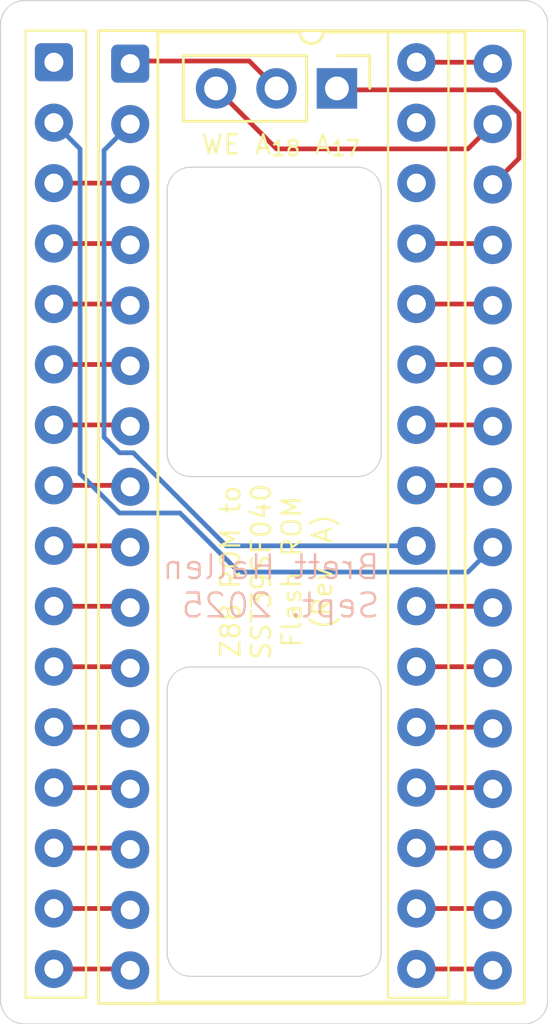
<source format=kicad_pcb>
(kicad_pcb (version 20241229) (generator "pcbnew") (generator_version "9.0")
  (title_block (title "Z88 ROM to Flash ROM Converter") (date "1/OCT/2025") (rev "A") (company "Brett Hallen") (comment 1 "www.youtube.com/@Brfff"))
  (layers (0 "F.Cu" signal) (2 "B.Cu" signal) (13 "F.Paste" user) (15 "B.Paste" user) (5 "F.SilkS" user "F.Silkscreen") (7 "B.SilkS" user "B.Silkscreen") (1 "F.Mask" user) (3 "B.Mask" user) (25 "Edge.Cuts" user))
  (net 0 "")
  (net 1 "A_{17}")
  (net 2 "A_{18}")
  (net 3 "WE")
  (net 4 "/A_{12}")
  (net 5 "/A_{14}")
  (net 6 "/A_{11}")
  (net 7 "/D_{5}")
  (net 8 "/A_{0}")
  (net 9 "/A_{15}")
  (net 10 "/D_{7}")
  (net 11 "/A_{10}")
  (net 12 "/A_{13}")
  (net 13 "/A_{7}")
  (net 14 "GND")
  (net 15 "/D_{3}")
  (net 16 "/A_{9}")
  (net 17 "/D_{0}")
  (net 18 "/A_{4}")
  (net 19 "/A_{5}")
  (net 20 "/ROE")
  (net 21 "/D_{1}")
  (net 22 "/A_{3}")
  (net 23 "/D_{2}")
  (net 24 "/A_{16}")
  (net 25 "/A_{6}")
  (net 26 "/CE")
  (net 27 "/A_{1}")
  (net 28 "/D_{6}")
  (net 29 "+5V")
  (net 30 "/D_{4}")
  (net 31 "/A_{8}")
  (net 32 "/A_{2}")
  (footprint "Package_DIP:DIP-32_W15.24mm_Socket" (layer "F.Cu") (at 145.45 71.65)
    (property "Reference" "U1" (hide yes))
    (property "Value" "SST39SF040" (hide yes))
    (fp_line (start 1.16 -1.33) (end 1.16 39.43) (stroke (width 0.12)) (layer "F.SilkS"))
    (fp_line (start 1.16 39.43) (end 14.08 39.43) (stroke (width 0.12)) (layer "F.SilkS"))
    (fp_line (start 7.133379 -1.33) (end 1.16 -1.33) (stroke (width 0.12)) (layer "F.SilkS"))
    (fp_line (start 14.08 -1.33) (end 8.106621 -1.33) (stroke (width 0.12)) (layer "F.SilkS"))
    (fp_line (start 14.08 39.43) (end 14.08 -1.33) (stroke (width 0.12)) (layer "F.SilkS"))
    (fp_rect (start -1.33 -1.39) (end 16.57 39.49) (stroke (width 0.12)) (fill no) (layer "F.SilkS"))
    (fp_arc (start 8.106621 -1.33) (mid 7.62 -0.843379) (end 7.133379 -1.33) (stroke (width 0.12)) (layer "F.SilkS"))
    (pad "1" thru_hole roundrect (at 0 0) (size 1.6 1.6) (drill 0.8) (layers "*.Cu" "*.Mask") (roundrect_rratio 0.15625) (net 2 "A_{18}"))
    (pad "2" thru_hole circle (at 0 2.54) (size 1.6 1.6) (drill 0.8) (layers "*.Cu" "*.Mask") (net 24 "/A_{16}"))
    (pad "3" thru_hole circle (at 0 5.08) (size 1.6 1.6) (drill 0.8) (layers "*.Cu" "*.Mask") (net 9 "/A_{15}"))
    (pad "4" thru_hole circle (at 0 7.62) (size 1.6 1.6) (drill 0.8) (layers "*.Cu" "*.Mask") (net 4 "/A_{12}"))
    (pad "5" thru_hole circle (at 0 10.16) (size 1.6 1.6) (drill 0.8) (layers "*.Cu" "*.Mask") (net 13 "/A_{7}"))
    (pad "6" thru_hole circle (at 0 12.7) (size 1.6 1.6) (drill 0.8) (layers "*.Cu" "*.Mask") (net 25 "/A_{6}"))
    (pad "7" thru_hole circle (at 0 15.24) (size 1.6 1.6) (drill 0.8) (layers "*.Cu" "*.Mask") (net 19 "/A_{5}"))
    (pad "8" thru_hole circle (at 0 17.78) (size 1.6 1.6) (drill 0.8) (layers "*.Cu" "*.Mask") (net 18 "/A_{4}"))
    (pad "9" thru_hole circle (at 0 20.32) (size 1.6 1.6) (drill 0.8) (layers "*.Cu" "*.Mask") (net 22 "/A_{3}"))
    (pad "10" thru_hole circle (at 0 22.86) (size 1.6 1.6) (drill 0.8) (layers "*.Cu" "*.Mask") (net 32 "/A_{2}"))
    (pad "11" thru_hole circle (at 0 25.4) (size 1.6 1.6) (drill 0.8) (layers "*.Cu" "*.Mask") (net 27 "/A_{1}"))
    (pad "12" thru_hole circle (at 0 27.94) (size 1.6 1.6) (drill 0.8) (layers "*.Cu" "*.Mask") (net 8 "/A_{0}"))
    (pad "13" thru_hole circle (at 0 30.48) (size 1.6 1.6) (drill 0.8) (layers "*.Cu" "*.Mask") (net 17 "/D_{0}"))
    (pad "14" thru_hole circle (at 0 33.02) (size 1.6 1.6) (drill 0.8) (layers "*.Cu" "*.Mask") (net 21 "/D_{1}"))
    (pad "15" thru_hole circle (at 0 35.56) (size 1.6 1.6) (drill 0.8) (layers "*.Cu" "*.Mask") (net 23 "/D_{2}"))
    (pad "16" thru_hole circle (at 0 38.1) (size 1.6 1.6) (drill 0.8) (layers "*.Cu" "*.Mask") (net 14 "GND"))
    (pad "17" thru_hole circle (at 15.24 38.1) (size 1.6 1.6) (drill 0.8) (layers "*.Cu" "*.Mask") (net 15 "/D_{3}"))
    (pad "18" thru_hole circle (at 15.24 35.56) (size 1.6 1.6) (drill 0.8) (layers "*.Cu" "*.Mask") (net 30 "/D_{4}"))
    (pad "19" thru_hole circle (at 15.24 33.02) (size 1.6 1.6) (drill 0.8) (layers "*.Cu" "*.Mask") (net 7 "/D_{5}"))
    (pad "20" thru_hole circle (at 15.24 30.48) (size 1.6 1.6) (drill 0.8) (layers "*.Cu" "*.Mask") (net 28 "/D_{6}"))
    (pad "21" thru_hole circle (at 15.24 27.94) (size 1.6 1.6) (drill 0.8) (layers "*.Cu" "*.Mask") (net 10 "/D_{7}"))
    (pad "22" thru_hole circle (at 15.24 25.4) (size 1.6 1.6) (drill 0.8) (layers "*.Cu" "*.Mask") (net 26 "/CE"))
    (pad "23" thru_hole circle (at 15.24 22.86) (size 1.6 1.6) (drill 0.8) (layers "*.Cu" "*.Mask") (net 11 "/A_{10}"))
    (pad "24" thru_hole circle (at 15.24 20.32) (size 1.6 1.6) (drill 0.8) (layers "*.Cu" "*.Mask") (net 20 "/ROE"))
    (pad "25" thru_hole circle (at 15.24 17.78) (size 1.6 1.6) (drill 0.8) (layers "*.Cu" "*.Mask") (net 6 "/A_{11}"))
    (pad "26" thru_hole circle (at 15.24 15.24) (size 1.6 1.6) (drill 0.8) (layers "*.Cu" "*.Mask") (net 16 "/A_{9}"))
    (pad "27" thru_hole circle (at 15.24 12.7) (size 1.6 1.6) (drill 0.8) (layers "*.Cu" "*.Mask") (net 31 "/A_{8}"))
    (pad "28" thru_hole circle (at 15.24 10.16) (size 1.6 1.6) (drill 0.8) (layers "*.Cu" "*.Mask") (net 12 "/A_{13}"))
    (pad "29" thru_hole circle (at 15.24 7.62) (size 1.6 1.6) (drill 0.8) (layers "*.Cu" "*.Mask") (net 5 "/A_{14}"))
    (pad "30" thru_hole circle (at 15.24 5.08) (size 1.6 1.6) (drill 0.8) (layers "*.Cu" "*.Mask") (net 1 "A_{17}"))
    (pad "31" thru_hole circle (at 15.24 2.54) (size 1.6 1.6) (drill 0.8) (layers "*.Cu" "*.Mask") (net 3 "WE"))
    (pad "32" thru_hole circle (at 15.24 0) (size 1.6 1.6) (drill 0.8) (layers "*.Cu" "*.Mask") (net 29 "+5V"))
  )
  (footprint "Clueless_Engineer:DIP-32_Adapter" (layer "F.Cu") (at 142.32 71.53)
    (property "Reference" "U2" (hide yes))
    (property "Value" "Z88_ROM" (hide yes))
    (fp_rect (start -1.27 -1.27) (end 1.27 39.37) (stroke (width 0.1)) (fill no) (layer "F.SilkS"))
    (fp_rect (start 13.97 -1.27) (end 16.51 39.37) (stroke (width 0.1)) (fill no) (layer "F.SilkS"))
    (pad "1" thru_hole roundrect (at -0.08 0.06) (size 1.6 1.6) (drill 0.8) (layers "*.Cu" "*.Mask") (roundrect_rratio 0.15625))
    (pad "2" thru_hole circle (at -0.08 2.6) (size 1.6 1.6) (drill 0.8) (layers "*.Cu" "*.Mask") (net 20 "/ROE"))
    (pad "3" thru_hole circle (at -0.08 5.14) (size 1.6 1.6) (drill 0.8) (layers "*.Cu" "*.Mask") (net 9 "/A_{15}"))
    (pad "4" thru_hole circle (at -0.08 7.68) (size 1.6 1.6) (drill 0.8) (layers "*.Cu" "*.Mask") (net 4 "/A_{12}"))
    (pad "5" thru_hole circle (at -0.08 10.22) (size 1.6 1.6) (drill 0.8) (layers "*.Cu" "*.Mask") (net 13 "/A_{7}"))
    (pad "6" thru_hole circle (at -0.08 12.76) (size 1.6 1.6) (drill 0.8) (layers "*.Cu" "*.Mask") (net 25 "/A_{6}"))
    (pad "7" thru_hole circle (at -0.08 15.3) (size 1.6 1.6) (drill 0.8) (layers "*.Cu" "*.Mask") (net 19 "/A_{5}"))
    (pad "8" thru_hole circle (at -0.08 17.84) (size 1.6 1.6) (drill 0.8) (layers "*.Cu" "*.Mask") (net 18 "/A_{4}"))
    (pad "9" thru_hole circle (at -0.08 20.38) (size 1.6 1.6) (drill 0.8) (layers "*.Cu" "*.Mask") (net 22 "/A_{3}"))
    (pad "10" thru_hole circle (at -0.08 22.92) (size 1.6 1.6) (drill 0.8) (layers "*.Cu" "*.Mask") (net 32 "/A_{2}"))
    (pad "11" thru_hole circle (at -0.08 25.46) (size 1.6 1.6) (drill 0.8) (layers "*.Cu" "*.Mask") (net 27 "/A_{1}"))
    (pad "12" thru_hole circle (at -0.08 28) (size 1.6 1.6) (drill 0.8) (layers "*.Cu" "*.Mask") (net 8 "/A_{0}"))
    (pad "13" thru_hole circle (at -0.08 30.54) (size 1.6 1.6) (drill 0.8) (layers "*.Cu" "*.Mask") (net 17 "/D_{0}"))
    (pad "14" thru_hole circle (at -0.08 33.08) (size 1.6 1.6) (drill 0.8) (layers "*.Cu" "*.Mask") (net 21 "/D_{1}"))
    (pad "15" thru_hole circle (at -0.08 35.62) (size 1.6 1.6) (drill 0.8) (layers "*.Cu" "*.Mask") (net 23 "/D_{2}"))
    (pad "16" thru_hole circle (at -0.08 38.16) (size 1.6 1.6) (drill 0.8) (layers "*.Cu" "*.Mask") (net 14 "GND"))
    (pad "17" thru_hole circle (at 15.16 38.16) (size 1.6 1.6) (drill 0.8) (layers "*.Cu" "*.Mask") (net 15 "/D_{3}"))
    (pad "18" thru_hole circle (at 15.16 35.62) (size 1.6 1.6) (drill 0.8) (layers "*.Cu" "*.Mask") (net 30 "/D_{4}"))
    (pad "19" thru_hole circle (at 15.16 33.08) (size 1.6 1.6) (drill 0.8) (layers "*.Cu" "*.Mask") (net 7 "/D_{5}"))
    (pad "20" thru_hole circle (at 15.16 30.54) (size 1.6 1.6) (drill 0.8) (layers "*.Cu" "*.Mask") (net 28 "/D_{6}"))
    (pad "21" thru_hole circle (at 15.16 28) (size 1.6 1.6) (drill 0.8) (layers "*.Cu" "*.Mask") (net 10 "/D_{7}"))
    (pad "22" thru_hole circle (at 15.16 25.46) (size 1.6 1.6) (drill 0.8) (layers "*.Cu" "*.Mask") (net 26 "/CE"))
    (pad "23" thru_hole circle (at 15.16 22.92) (size 1.6 1.6) (drill 0.8) (layers "*.Cu" "*.Mask") (net 11 "/A_{10}"))
    (pad "24" thru_hole circle (at 15.16 20.38) (size 1.6 1.6) (drill 0.8) (layers "*.Cu" "*.Mask") (net 24 "/A_{16}"))
    (pad "25" thru_hole circle (at 15.16 17.84) (size 1.6 1.6) (drill 0.8) (layers "*.Cu" "*.Mask") (net 6 "/A_{11}"))
    (pad "26" thru_hole circle (at 15.16 15.3) (size 1.6 1.6) (drill 0.8) (layers "*.Cu" "*.Mask") (net 16 "/A_{9}"))
    (pad "27" thru_hole circle (at 15.16 12.76) (size 1.6 1.6) (drill 0.8) (layers "*.Cu" "*.Mask") (net 31 "/A_{8}"))
    (pad "28" thru_hole circle (at 15.16 10.22) (size 1.6 1.6) (drill 0.8) (layers "*.Cu" "*.Mask") (net 12 "/A_{13}"))
    (pad "29" thru_hole circle (at 15.16 7.68) (size 1.6 1.6) (drill 0.8) (layers "*.Cu" "*.Mask") (net 5 "/A_{14}"))
    (pad "30" thru_hole circle (at 15.16 5.14) (size 1.6 1.6) (drill 0.8) (layers "*.Cu" "*.Mask"))
    (pad "31" thru_hole circle (at 15.16 2.6) (size 1.6 1.6) (drill 0.8) (layers "*.Cu" "*.Mask"))
    (pad "32" thru_hole circle (at 15.16 0.06) (size 1.6 1.6) (drill 0.8) (layers "*.Cu" "*.Mask") (net 29 "+5V"))
  )
  (footprint "Connector_PinHeader_2.54mm:PinHeader_1x03_P2.54mm_Vertical" (layer "F.Cu") (at 154.14 72.69 -90)
    (property "Reference" "J1" (hide yes))
    (property "Value" "Conn_01x03" (hide yes))
    (fp_line (start -1.38 6.46) (end 1.38 6.46) (stroke (width 0.12)) (layer "F.SilkS"))
    (fp_line (start -1.38 1.27) (end -1.38 6.46) (stroke (width 0.12)) (layer "F.SilkS"))
    (fp_line (start -1.38 1.27) (end 1.38 1.27) (stroke (width 0.12)) (layer "F.SilkS"))
    (fp_line (start 1.38 1.27) (end 1.38 6.46) (stroke (width 0.12)) (layer "F.SilkS"))
    (fp_line (start -1.38 0) (end -1.38 -1.38) (stroke (width 0.12)) (layer "F.SilkS"))
    (fp_line (start -1.38 -1.38) (end 0 -1.38) (stroke (width 0.12)) (layer "F.SilkS"))
    (pad "1" thru_hole rect (at 0 0 270) (size 1.7 1.7) (drill 1) (layers "*.Cu" "*.Mask") (net 1 "A_{17}"))
    (pad "2" thru_hole circle (at 0 2.54 270) (size 1.7 1.7) (drill 1) (layers "*.Cu" "*.Mask") (net 2 "A_{18}"))
    (pad "3" thru_hole circle (at 0 5.08 270) (size 1.7 1.7) (drill 1) (layers "*.Cu" "*.Mask") (net 3 "WE"))
  )
  (gr_line (start 147 88) (end 147 77) (stroke (width 0.05)) (layer "Edge.Cuts"))
  (gr_arc (start 147 77) (mid 147.292893 76.292893) (end 148 76) (stroke (width 0.05)) (layer "Edge.Cuts"))
  (gr_arc (start 148 89) (mid 147.292893 88.707107) (end 147 88) (stroke (width 0.05)) (layer "Edge.Cuts"))
  (gr_line (start 156 77) (end 156 88) (stroke (width 0.05)) (layer "Edge.Cuts"))
  (gr_arc (start 163 111) (mid 162.707107 111.707107) (end 162 112) (stroke (width 0.05)) (layer "Edge.Cuts"))
  (gr_line (start 148 97) (end 155 97) (stroke (width 0.05)) (layer "Edge.Cuts"))
  (gr_line (start 155 110) (end 148 110) (stroke (width 0.05)) (layer "Edge.Cuts"))
  (gr_arc (start 156 109) (mid 155.707107 109.707107) (end 155 110) (stroke (width 0.05)) (layer "Edge.Cuts"))
  (gr_arc (start 155 76) (mid 155.707107 76.292893) (end 156 77) (stroke (width 0.05)) (layer "Edge.Cuts"))
  (gr_line (start 147 109) (end 147 98) (stroke (width 0.05)) (layer "Edge.Cuts"))
  (gr_arc (start 155 97) (mid 155.707107 97.292893) (end 156 98) (stroke (width 0.05)) (layer "Edge.Cuts"))
  (gr_line (start 148 76) (end 155 76) (stroke (width 0.05)) (layer "Edge.Cuts"))
  (gr_line (start 162 112) (end 141 112) (stroke (width 0.05)) (layer "Edge.Cuts"))
  (gr_line (start 156 98) (end 156 109) (stroke (width 0.05)) (layer "Edge.Cuts"))
  (gr_line (start 141 69) (end 162 69) (stroke (width 0.05)) (layer "Edge.Cuts"))
  (gr_line (start 163 70) (end 163 111) (stroke (width 0.05)) (layer "Edge.Cuts"))
  (gr_arc (start 148 110) (mid 147.292893 109.707107) (end 147 109) (stroke (width 0.05)) (layer "Edge.Cuts"))
  (gr_arc (start 140 70) (mid 140.292893 69.292893) (end 141 69) (stroke (width 0.05)) (layer "Edge.Cuts"))
  (gr_arc (start 156 88) (mid 155.707107 88.707107) (end 155 89) (stroke (width 0.05)) (layer "Edge.Cuts"))
  (gr_arc (start 147 98) (mid 147.292893 97.292893) (end 148 97) (stroke (width 0.05)) (layer "Edge.Cuts"))
  (gr_line (start 155 89) (end 148 89) (stroke (width 0.05)) (layer "Edge.Cuts"))
  (gr_line (start 140 111) (end 140 70) (stroke (width 0.05)) (layer "Edge.Cuts"))
  (gr_arc (start 141 112) (mid 140.292893 111.707107) (end 140 111) (stroke (width 0.05)) (layer "Edge.Cuts"))
  (gr_arc (start 162 69) (mid 162.707107 69.292893) (end 163 70) (stroke (width 0.05)) (layer "Edge.Cuts"))
  (gr_text "Z88 ROM to\nSST39SF040\nFlash ROM\n(Rev. A)" (at 154 93 90) (layer "F.SilkS") (effects (font (size 0.8 0.8) (thickness 0.1)) (justify bottom)))
  (gr_text "WE A_{18} A_{17}" (at 148.38 75.52 0) (layer "F.SilkS") (effects (font (size 0.8 0.8) (thickness 0.1)) (justify left bottom)))
  (gr_text "Brett Hallen\nSept. 2025" (at 156 95 0) (layer "B.SilkS") (effects (font (size 1 1) (thickness 0.1)) (justify left bottom mirror)))
  (segment (start 161.791 75.629) (end 160.69 76.73) (width 0.2) (layer "F.Cu") (net 1))
  (segment (start 161.791 73.73395) (end 161.791 75.629) (width 0.2) (layer "F.Cu") (net 1))
  (segment (start 154.14 72.69) (end 154.201 72.751) (width 0.2) (layer "F.Cu") (net 1))
  (segment (start 160.80805 72.751) (end 161.791 73.73395) (width 0.2) (layer "F.Cu") (net 1))
  (segment (start 154.201 72.751) (end 160.80805 72.751) (width 0.2) (layer "F.Cu") (net 1))
  (segment (start 151.6 72.69) (end 150.449 71.539) (width 0.2) (layer "F.Cu") (net 2))
  (segment (start 145.561 71.539) (end 145.45 71.65) (width 0.2) (layer "F.Cu") (net 2))
  (segment (start 150.449 71.539) (end 145.561 71.539) (width 0.2) (layer "F.Cu") (net 2))
  (segment (start 151.601 75.231) (end 159.649 75.231) (width 0.2) (layer "F.Cu") (net 3))
  (segment (start 159.649 75.231) (end 160.69 74.19) (width 0.2) (layer "F.Cu") (net 3))
  (segment (start 149.06 72.69) (end 151.601 75.231) (width 0.2) (layer "F.Cu") (net 3))
  (segment (start 145.39 79.21) (end 145.45 79.27) (width 0.2) (layer "F.Cu") (net 4))
  (segment (start 142.24 79.21) (end 145.39 79.21) (width 0.2) (layer "F.Cu") (net 4))
  (segment (start 160.63 79.21) (end 160.69 79.27) (width 0.2) (layer "F.Cu") (net 5))
  (segment (start 157.48 79.21) (end 160.63 79.21) (width 0.2) (layer "F.Cu") (net 5))
  (segment (start 157.48 89.37) (end 160.63 89.37) (width 0.2) (layer "F.Cu") (net 6))
  (segment (start 160.63 89.37) (end 160.69 89.43) (width 0.2) (layer "F.Cu") (net 6))
  (segment (start 160.63 104.61) (end 160.69 104.67) (width 0.2) (layer "F.Cu") (net 7))
  (segment (start 157.48 104.61) (end 160.63 104.61) (width 0.2) (layer "F.Cu") (net 7))
  (segment (start 142.24 99.53) (end 145.39 99.53) (width 0.2) (layer "F.Cu") (net 8))
  (segment (start 145.39 99.53) (end 145.45 99.59) (width 0.2) (layer "F.Cu") (net 8))
  (segment (start 142.24 76.67) (end 145.39 76.67) (width 0.2) (layer "F.Cu") (net 9))
  (segment (start 145.39 76.67) (end 145.45 76.73) (width 0.2) (layer "F.Cu") (net 9))
  (segment (start 157.48 99.53) (end 160.63 99.53) (width 0.2) (layer "F.Cu") (net 10))
  (segment (start 160.63 99.53) (end 160.69 99.59) (width 0.2) (layer "F.Cu") (net 10))
  (segment (start 157.48 94.45) (end 160.63 94.45) (width 0.2) (layer "F.Cu") (net 11))
  (segment (start 160.63 94.45) (end 160.69 94.51) (width 0.2) (layer "F.Cu") (net 11))
  (segment (start 160.63 81.75) (end 160.69 81.81) (width 0.2) (layer "F.Cu") (net 12))
  (segment (start 157.48 81.75) (end 160.63 81.75) (width 0.2) (layer "F.Cu") (net 12))
  (segment (start 142.24 81.75) (end 145.39 81.75) (width 0.2) (layer "F.Cu") (net 13))
  (segment (start 145.39 81.75) (end 145.45 81.81) (width 0.2) (layer "F.Cu") (net 13))
  (segment (start 142.24 109.69) (end 145.39 109.69) (width 0.2) (layer "F.Cu") (net 14))
  (segment (start 145.39 109.69) (end 145.45 109.75) (width 0.2) (layer "F.Cu") (net 14))
  (segment (start 160.63 109.69) (end 160.69 109.75) (width 0.2) (layer "F.Cu") (net 15))
  (segment (start 157.48 109.69) (end 160.63 109.69) (width 0.2) (layer "F.Cu") (net 15))
  (segment (start 157.48 86.83) (end 160.63 86.83) (width 0.2) (layer "F.Cu") (net 16))
  (segment (start 160.63 86.83) (end 160.69 86.89) (width 0.2) (layer "F.Cu") (net 16))
  (segment (start 142.24 102.07) (end 145.39 102.07) (width 0.2) (layer "F.Cu") (net 17))
  (segment (start 145.39 102.07) (end 145.45 102.13) (width 0.2) (layer "F.Cu") (net 17))
  (segment (start 142.24 89.37) (end 145.39 89.37) (width 0.2) (layer "F.Cu") (net 18))
  (segment (start 145.39 89.37) (end 145.45 89.43) (width 0.2) (layer "F.Cu") (net 18))
  (segment (start 145.39 86.83) (end 145.45 86.89) (width 0.2) (layer "F.Cu") (net 19))
  (segment (start 142.24 86.83) (end 145.39 86.83) (width 0.2) (layer "F.Cu") (net 19))
  (segment (start 142.24 74.13) (end 143.341 75.231) (width 0.2) (layer "B.Cu") (net 20))
  (segment (start 143.341 88.87805) (end 144.99395 90.531) (width 0.2) (layer "B.Cu") (net 20))
  (segment (start 144.99395 90.531) (end 147.54095 90.531) (width 0.2) (layer "B.Cu") (net 20))
  (segment (start 147.54095 90.531) (end 150.02095 93.011) (width 0.2) (layer "B.Cu") (net 20))
  (segment (start 150.02095 93.011) (end 159.649 93.011) (width 0.2) (layer "B.Cu") (net 20))
  (segment (start 143.341 75.231) (end 143.341 88.87805) (width 0.2) (layer "B.Cu") (net 20))
  (segment (start 159.649 93.011) (end 160.69 91.97) (width 0.2) (layer "B.Cu") (net 20))
  (segment (start 145.39 104.61) (end 145.45 104.67) (width 0.2) (layer "F.Cu") (net 21))
  (segment (start 142.24 104.61) (end 145.39 104.61) (width 0.2) (layer "F.Cu") (net 21))
  (segment (start 142.24 91.91) (end 145.39 91.91) (width 0.2) (layer "F.Cu") (net 22))
  (segment (start 145.39 91.91) (end 145.45 91.97) (width 0.2) (layer "F.Cu") (net 22))
  (segment (start 145.39 107.15) (end 145.45 107.21) (width 0.2) (layer "F.Cu") (net 23))
  (segment (start 142.24 107.15) (end 145.39 107.15) (width 0.2) (layer "F.Cu") (net 23))
  (segment (start 145.45 74.19) (end 144.349 75.291) (width 0.2) (layer "B.Cu") (net 24))
  (segment (start 149.48705 91.91) (end 157.48 91.91) (width 0.2) (layer "B.Cu") (net 24))
  (segment (start 145.00295 88) (end 145.57705 88) (width 0.2) (layer "B.Cu") (net 24))
  (segment (start 145.57705 88) (end 149.48705 91.91) (width 0.2) (layer "B.Cu") (net 24))
  (segment (start 144.349 87.34605) (end 145.00295 88) (width 0.2) (layer "B.Cu") (net 24))
  (segment (start 144.349 75.291) (end 144.349 87.34605) (width 0.2) (layer "B.Cu") (net 24))
  (segment (start 142.24 84.29) (end 145.39 84.29) (width 0.2) (layer "F.Cu") (net 25))
  (segment (start 145.39 84.29) (end 145.45 84.35) (width 0.2) (layer "F.Cu") (net 25))
  (segment (start 157.48 96.99) (end 160.63 96.99) (width 0.2) (layer "F.Cu") (net 26))
  (segment (start 160.63 96.99) (end 160.69 97.05) (width 0.2) (layer "F.Cu") (net 26))
  (segment (start 142.24 96.99) (end 145.39 96.99) (width 0.2) (layer "F.Cu") (net 27))
  (segment (start 145.39 96.99) (end 145.45 97.05) (width 0.2) (layer "F.Cu") (net 27))
  (segment (start 157.48 102.07) (end 160.63 102.07) (width 0.2) (layer "F.Cu") (net 28))
  (segment (start 160.63 102.07) (end 160.69 102.13) (width 0.2) (layer "F.Cu") (net 28))
  (segment (start 160.63 71.59) (end 160.69 71.65) (width 0.2) (layer "F.Cu") (net 29))
  (segment (start 157.48 71.59) (end 160.63 71.59) (width 0.2) (layer "F.Cu") (net 29))
  (segment (start 157.48 107.15) (end 160.63 107.15) (width 0.2) (layer "F.Cu") (net 30))
  (segment (start 160.63 107.15) (end 160.69 107.21) (width 0.2) (layer "F.Cu") (net 30))
  (segment (start 160.63 84.29) (end 160.69 84.35) (width 0.2) (layer "F.Cu") (net 31))
  (segment (start 157.48 84.29) (end 160.63 84.29) (width 0.2) (layer "F.Cu") (net 31))
  (segment (start 145.39 94.45) (end 145.45 94.51) (width 0.2) (layer "F.Cu") (net 32))
  (segment (start 142.24 94.45) (end 145.39 94.45) (width 0.2) (layer "F.Cu") (net 32))
)
</source>
